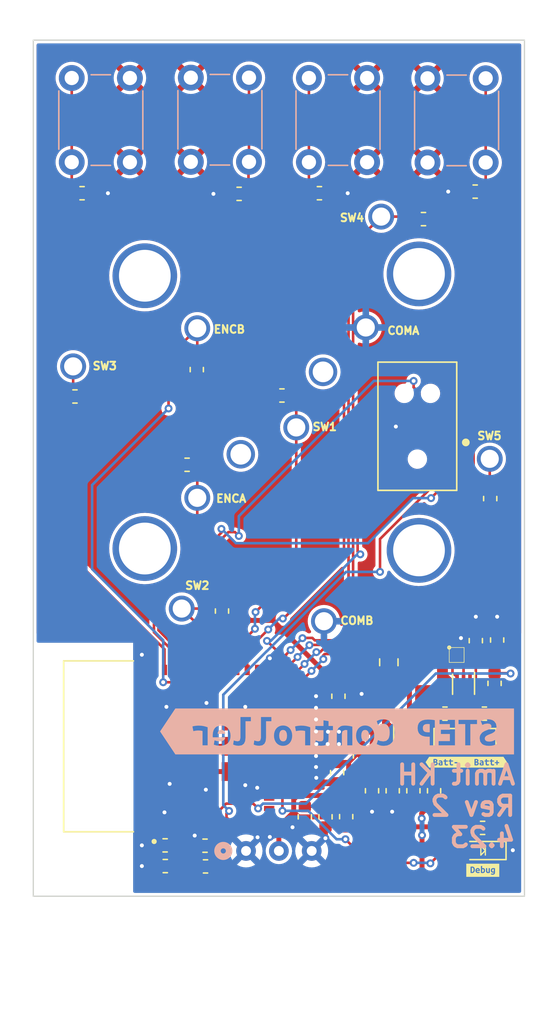
<source format=kicad_pcb>
(kicad_pcb (version 20211014) (generator pcbnew)
  (layers (0 "F.Cu" signal) (31 "B.Cu" signal) (34 "B.Paste" user) (35 "F.Paste" user) (36 "B.SilkS" user "B.Silkscreen") (37 "F.SilkS" user "F.Silkscreen") (38 "B.Mask" user) (39 "F.Mask" user) (44 "Edge.Cuts" user))
  (net 0 "")
  (net 1 "+BATT")
  (net 2 "GND")
  (net 3 "+3V3")
  (net 4 "Net-(C3-Pad1)")
  (net 5 "Net-(C4-Pad2)")
  (net 6 "/BATT_FILT")
  (net 7 "/CELL-")
  (net 8 "/DIAL_ENCA")
  (net 9 "/DIAL_ENCB")
  (net 10 "/DIAL_SW1")
  (net 11 "/DIAL_SW2")
  (net 12 "/DIAL_SW3")
  (net 13 "/DIAL_SW4")
  (net 14 "/DIAL_SW5")
  (net 15 "/ESP_TX")
  (net 16 "/ESP_RX")
  (net 17 "/ESP_IO0")
  (net 18 "Net-(L1-Pad1)")
  (net 19 "/BUTTON_2_SENSE")
  (net 20 "/BUTTON_1_SENSE")
  (net 21 "/BUTTON_4_SENSE")
  (net 22 "/BUTTON_3_SENSE")
  (net 23 "/V_SENSE-")
  (net 24 "/BATT_LVL")
  (net 30 "/ESP_EN")
  (net 40 "/C_GATE")
  (net 41 "/D_GATE")
  (net 42 "Net-(D1-Pad2)")
  (net 43 "Net-(U1-Pad15)")
  (footprint "step:C_0603_1608Metric" (layer "F.Cu") (at 143.4875 96.225 180)
    (fp_text reference "C1")
    (fp_text value "C_1uF")
  )
  (footprint "step:R_0603_1608Metric" (layer "F.Cu") (at 142.85 59.45 90)
    (fp_text reference "R5")
    (fp_text value "R_10k")
  )
  (footprint "step:C_0603_1608Metric" (layer "F.Cu") (at 140.4 96.2 180)
    (fp_text reference "C6")
    (fp_text value "C_22uF")
  )
  (footprint "step:C_0603_1608Metric" (layer "F.Cu") (at 152.80759 93.994595 -90)
    (fp_text reference "C3")
    (fp_text value "C_DNP")
  )
  (footprint "Inductor_SMD:L_0805_2012Metric_Pad1.15x1.40mm_HandSolder" (layer "F.Cu") (at 157.70759 82.057096 -90)
    (fp_text reference "L1")
    (fp_text value "L_2.2uH")
  )
  (footprint "step:TAG_TC2030-IDC-NL" (layer "F.Cu") (at 159.9125 63.825 90)
    (fp_text reference "J3")
    (fp_text value "TC2030-IDC-TAGCONNECT")
  )
  (footprint "step:R_0603_1608Metric" (layer "F.Cu") (at 166.0875 80.3375 90)
    (fp_text reference "R20")
    (fp_text value "R_100K")
  )
  (footprint "step:R_0603_1608Metric" (layer "F.Cu") (at 142.1 66.8)
    (fp_text reference "R2")
    (fp_text value "R_10k")
  )
  (footprint "step:R_0603_1608Metric" (layer "F.Cu") (at 158.00759 91.982096 -90)
    (fp_text reference "R12")
    (fp_text value "R_100k")
  )
  (footprint "step:C_0603_1608Metric" (layer "F.Cu") (at 140.4125 97.8 180)
    (fp_text reference "C7")
    (fp_text value "C_.1uF")
  )
  (footprint "step:R_0603_1608Metric" (layer "F.Cu") (at 164.9625 94.85 180)
    (fp_text reference "R21")
    (fp_text value "R_200")
  )
  (footprint "step:R_0603_1608Metric" (layer "F.Cu") (at 146.125 45.875 180)
    (fp_text reference "R14")
    (fp_text value "R_10k")
  )
  (footprint "step:AOCA32116E" (layer "F.Cu") (at 162.63 81.4925 -90)
    (fp_text reference "Q1")
    (fp_text value "AOCA32116E")
  )
  (footprint "step:R_0603_1608Metric" (layer "F.Cu") (at 165.8875 83.6875 90)
    (fp_text reference "R19")
    (fp_text value "R_200K")
  )
  (footprint "step:R_0603_1608Metric" (layer "F.Cu") (at 165.1 86.025)
    (fp_text reference "R17")
    (fp_text value "R_330")
  )
  (footprint "step:R_0603_1608Metric" (layer "F.Cu") (at 159.60759 91.982096 90)
    (fp_text reference "R11")
    (fp_text value "R_562k")
  )
  (footprint "step:R_0603_1608Metric" (layer "F.Cu") (at 165.55 69.4125 90)
    (fp_text reference "R10")
    (fp_text value "R_10k")
  )
  (footprint "step:R_0603_1608Metric" (layer "F.Cu") (at 144.8 78.1 90)
    (fp_text reference "R7")
    (fp_text value "R_10k")
  )
  (footprint "step:R_0603_1608Metric" (layer "F.Cu") (at 154.40759 93.982096 90)
    (fp_text reference "R3")
    (fp_text value "R_200k")
  )
  (footprint "Package_SON:WSON-6_1.5x1.5mm_P0.5mm" (layer "F.Cu") (at 163.4875 83.775 -90)
    (fp_text reference "U3")
    (fp_text value "BQ297xy")
  )
  (footprint "step:R_0603_1608Metric" (layer "F.Cu") (at 152.3375 45.825)
    (fp_text reference "R15")
    (fp_text value "R_10k")
  )
  (footprint "step:C_0603_1608Metric" (layer "F.Cu") (at 153.80759 84.682096 -90)
    (fp_text reference "C8")
    (fp_text value "C_10uF")
  )
  (footprint "step:R_0603_1608Metric" (layer "F.Cu") (at 164.4375 80.3875 -90)
    (fp_text reference "R18")
    (fp_text value "R_2.2K")
  )
  (footprint "step:R_0603_1608Metric" (layer "F.Cu") (at 133.425 61.525 180)
    (fp_text reference "R8")
    (fp_text value "R_10k")
  )
  (footprint "step:MODULE_ESP32-PICO-MINI-02" (layer "F.Cu") (at 143.55 88.55 90)
    (fp_text reference "U1")
    (fp_text value "ESP32-PICO-MINI-02")
  )
  (footprint "step:R_0603_1608Metric" (layer "F.Cu") (at 164.3875 45.7 180)
    (fp_text reference "R16")
    (fp_text value "R_10k")
  )
  (footprint "Package_TO_SOT_SMD:SOT-23-5" (layer "F.Cu") (at 156.526392 87.656777 90)
    (fp_text reference "U2")
    (fp_text value "LM3671TL-ADJ/NOPB")
  )
  (footprint "step:R_0603_1608Metric" (layer "F.Cu") (at 149.4375 61.45)
    (fp_text reference "R6")
    (fp_text value "R_10k")
  )
  (footprint "step:C_0603_1608Metric" (layer "F.Cu") (at 156.407591 91.982095 -90)
    (fp_text reference "C5")
    (fp_text value "C_33pF")
  )
  (footprint "TestPoint:TestPoint_Pad_1.5x1.5mm" (layer "F.Cu") (at 162.15 88.125 -90)
    (fp_text reference "TP2")
    (fp_text value "Test_Point_SMD")
  )
  (footprint "kibuzzard-643EF163" (layer "F.Cu") (at 163.7 89.775)
    (fp_text reference "kibuzzard-643EF163" hide)
    (fp_text value "G***" hide)
  )
  (footprint "step:R_0603_1608Metric" (layer "F.Cu") (at 160.3875 47.825 180)
    (fp_text reference "R9")
    (fp_text value "R_10k")
  )
  (footprint "step:LED_0805_OEM" (layer "F.Cu") (at 164.975 96.6 180)
    (fp_text reference "D1")
    (fp_text value "LED" hide)
  )
  (footprint "step:C_0603_1608Metric" (layer "F.Cu") (at 162.05 86.025 180)
    (fp_text reference "C9")
    (fp_text value "C_0.1uF")
  )
  (footprint "step:R_0603_1608Metric" (layer "F.Cu") (at 133.975 45.825)
    (fp_text reference "R13")
    (fp_text value "R_10k")
  )
  (footprint "step:C_0603_1608Metric" (layer "F.Cu") (at 161.207591 91.982096 90)
    (fp_text reference "C4")
    (fp_text value "C_6.8pF")
  )
  (footprint "step:R_0603_1608Metric" (layer "F.Cu") (at 143.525 97.825)
    (fp_text reference "R1")
    (fp_text value "R_10k")
  )
  (footprint "step:R_0603_1608Metric" (layer "F.Cu") (at 151.207591 93.994595 -90)
    (fp_text reference "R4")
    (fp_text value "R_100k")
  )
  (footprint "TestPoint:TestPoint_Pad_1.5x1.5mm" (layer "F.Cu") (at 165.05 88.125 -90)
    (fp_text reference "TP1")
    (fp_text value "Test_Point_SMD")
  )
  (footprint "step:C_0603_1608Metric" (layer "F.Cu") (at 153.70759 90.582095 -90)
    (fp_text reference "C2")
    (fp_text value "C_4.7uF")
  )
  (footprint "kibuzzard-643EF399" (layer "F.Cu") (at 164.975 98.125)
    (fp_text reference "kibuzzard-643EF399" hide)
    (fp_text value "G***" hide)
  )
  (footprint "step:ANO_SCROLL_WHEEL" (layer "B.Cu") (at 149.364109 62.735891 180)
    (fp_text reference "J1")
    (fp_text value "ANO_SCROLL_WHEEL")
  )
  (footprint "step:CONN_MAG_1x03" (layer "B.Cu") (at 149.2 96.63)
    (fp_text reference "J2")
    (fp_text value "CONN_MAG_01x03")
  )
  (footprint "Button_Switch_THT:SW_PUSH_6mm" (layer "B.Cu") (at 160.7 36.95 -90)
    (fp_text reference "SW4")
    (fp_text value "SW_Push")
  )
  (footprint "Button_Switch_THT:SW_PUSH_6mm" (layer "B.Cu") (at 137.675 43.425 90)
    (fp_text reference "SW1")
    (fp_text value "SW_Push")
  )
  (footprint "kibuzzard-643EED22" (layer "B.Cu") (at 153.7 87.4 180)
    (fp_text reference "kibuzzard-643EED22" hide)
    (fp_text value "G***" hide)
  )
  (footprint "Button_Switch_THT:SW_PUSH_6mm" (layer "B.Cu") (at 156.025 43.425 90)
    (fp_text reference "SW3")
    (fp_text value "SW_Push")
  )
  (footprint "Button_Switch_THT:SW_PUSH_6mm" (layer "B.Cu") (at 142.3875 36.9 -90)
    (fp_text reference "SW2")
    (fp_text value "SW_Push")
  )
  (gr_rect (start 130.2 34) (end 168.2 100.13) (layer "Edge.Cuts") (width 0.1) (fill none))
  (gr_text "Amit KH\nRev 2\n4.23\n" (at 167.65 93.175) (layer "B.SilkS") (effects (font (size 1.5 1.5) (thickness 0.3)) (justify left mirror)))
  (gr_text "SW5" (at 165.49 64.57) (layer "F.SilkS") (effects (font (size 0.6 0.6))))
  (gr_text "SW3" (at 135.73 59.17) (layer "F.SilkS") (effects (font (size 0.6 0.6))))
  (gr_text "ENCA" (at 145.51 69.41) (layer "F.SilkS") (effects (font (size 0.6 0.6))))
  (gr_text "SW2\n" (at 142.89 76.13) (layer "F.SilkS") (effects (font (size 0.6 0.6))))
  (gr_text "SW1" (at 152.75 63.87) (layer "F.SilkS") (effects (font (size 0.6 0.6))))
  (gr_text "SW4" (at 154.86 47.72) (layer "F.SilkS") (effects (font (size 0.6 0.6))))
  (gr_text "ENCB" (at 145.37 56.34) (layer "F.SilkS") (effects (font (size 0.6 0.6))))
  (gr_text "COMB" (at 155.24 78.84) (layer "F.SilkS") (effects (font (size 0.6 0.6))))
  (gr_text "COMA" (at 158.83 56.44) (layer "F.SilkS") (effects (font (size 0.6 0.6))))
  (segment (start 149.2 94.768797) (end 150.35 93.618797) (width 0.381) (layer "F.Cu") (net 1))
  (segment (start 150.35 92.65) (end 150.65 92.35) (width 0.381) (layer "F.Cu") (net 1))
  (segment (start 150.35 93.618797) (end 150.35 92.65) (width 0.381) (layer "F.Cu") (net 1))
  (segment (start 154.275 92.35) (end 154.6 92.025) (width 0.381) (layer "F.Cu") (net 1))
  (segment (start 153.639689 94.001695) (end 150.732898 94.001695) (width 0.381) (layer "F.Cu") (net 1))
  (segment (start 149.2 96.63) (end 149.2 94.768797) (width 0.381) (layer "F.Cu") (net 1))
  (segment (start 154.40759 94.769596) (end 161.930404 94.769596) (width 0.381) (layer "F.Cu") (net 1))
  (segment (start 154.6 92.025) (end 154.6 89.818521) (width 0.381) (layer "F.Cu") (net 1))
  (segment (start 150.732898 94.001695) (end 150.35 93.618797) (width 0.381) (layer "F.Cu") (net 1))
  (segment (start 154.40759 94.769596) (end 153.639689 94.001695) (width 0.381) (layer "F.Cu") (net 1))
  (segment (start 165.8875 86.025) (end 165.8875 87.2875) (width 0.381) (layer "F.Cu") (net 1))
  (segment (start 154.576074 89.794595) (end 154.6 89.818521) (width 0.381) (layer "F.Cu") (net 1))
  (segment (start 154.576074 89.794595) (end 155.576392 88.794277) (width 0.381) (layer "F.Cu") (net 1))
  (segment (start 161.930404 94.769596) (end 165.05 91.65) (width 0.381) (layer "F.Cu") (net 1))
  (segment (start 165.8875 87.2875) (end 165.05 88.125) (width 0.381) (layer "F.Cu") (net 1))
  (segment (start 150.65 92.35) (end 154.275 92.35) (width 0.381) (layer "F.Cu") (net 1))
  (segment (start 165.05 91.65) (end 165.05 88.125) (width 0.381) (layer "F.Cu") (net 1))
  (segment (start 153.70759 89.794595) (end 154.576074 89.794595) (width 0.381) (layer "F.Cu") (net 1))
  (segment (start 163.28 81.1675) (end 163.28 80.195) (width 0.381) (layer "F.Cu") (net 2))
  (segment (start 139.625 97.8) (end 138.6 97.8) (width 0.381) (layer "F.Cu") (net 2))
  (segment (start 145.5 86.6) (end 141.6 86.6) (width 0.381) (layer "F.Cu") (net 2))
  (segment (start 134.7625 45.825) (end 135.975 45.825) (width 0.381) (layer "F.Cu") (net 2))
  (segment (start 138.6 82.6) (end 138.6 81.475) (width 0.381) (layer "F.Cu") (net 2))
  (segment (start 166.0875 79.55) (end 166.0875 78.5375) (width 0.381) (layer "F.Cu") (net 2))
  (segment (start 158.25 63.85) (end 158.275 63.825) (width 0.381) (layer "F.Cu") (net 2))
  (segment (start 141.6 86.6) (end 141.6 90.5) (width 0.381) (layer "F.Cu") (net 2))
  (segment (start 139.6125 97.7875) (end 139.625 97.8) (width 0.381) (layer "F.Cu") (net 2))
  (segment (start 152.80759 94.782095) (end 152.801346 94.788339) (width 0.381) (layer "F.Cu") (net 2))
  (segment (start 143.55 86.6) (end 143.55 88.55) (width 0.381) (layer "F.Cu") (net 2))
  (segment (start 143.55 86.6) (end 143.55 85.25) (width 0.381) (layer "F.Cu") (net 2))
  (segment (start 147.55 94.45) (end 147.55 95.575) (width 0.381) (layer "F.Cu") (net 2))
  (segment (start 148.5 94.5) (end 148.5 95.55) (width 0.381) (layer "F.Cu") (net 2))
  (segment (start 140.35 94.45) (end 140.35 93.65) (width 0.381) (layer "F.Cu") (net 2))
  (segment (start 143.55 88.55) (end 143.55 90.5) (width 0.381) (layer "F.Cu") (net 2))
  (segment (start 141.6 86.6) (end 140.5 85.5) (width 0.381) (layer "F.Cu") (net 2))
  (segment (start 167.275 96.6) (end 167.3 96.575) (width 0.381) (layer "F.Cu") (net 2))
  (segment (start 157.963226 92.813961) (end 157.963226 93.598759) (width 0.381) (layer "F.Cu") (net 2))
  (segment (start 156.407591 92.769596) (end 156.407591 93.598759) (width 0.381) (layer "F.Cu") (net 2))
  (segment (start 143.55 88.55) (end 145.5 88.55) (width 0.381) (layer "F.Cu") (net 2))
  (segment (start 143.55 85.25) (end 143.6 85.2) (width 0.381) (layer "F.Cu") (net 2))
  (segment (start 158.00759 92.769597) (end 157.963226 92.813961) (width 0.381) (layer "F.Cu") (net 2))
  (segment (start 151.188846 94.800841) (end 150.255762 94.800841) (width 0.381) (layer "F.Cu") (net 2))
  (segment (start 141.6 90.5) (end 145.5 90.5) (width 0.381) (layer "F.Cu") (net 2))
  (segment (start 145.5 90.5) (end 145.5 86.6) (width 0.381) (layer "F.Cu") (net 2))
  (segment (start 139.55 94.45) (end 139.55 96.1375) (width 0.381) (layer "F.Cu") (net 2))
  (segment (start 145.3375 45.875) (end 144.1375 45.875) (width 0.381) (layer "F.Cu") (net 2))
  (segment (start 166.075 96.6) (end 167.275 96.6) (width 0.381) (layer "F.Cu") (net 2))
  (segment (start 147.525 91.75) (end 148.45 91.75) (width 0.381) (layer "F.Cu") (net 2))
  (segment (start 145.5 86.6) (end 146.6 85.5) (width 0.381) (layer "F.Cu") (net 2))
  (segment (start 151.207591 94.782095) (end 151.188846 94.800841) (width 0.381) (layer "F.Cu") (net 2))
  (segment (start 139.6125 96.2) (end 138.6 96.2) (width 0.381) (layer "F.Cu") (net 2))
  (segment (start 163.28 80.195) (end 163.2875 80.1875) (width 0.381) (layer "F.Cu") (net 2))
  (segment (start 145.5 90.5) (end 145.55 90.5) (width 0.381) (layer "F.Cu") (net 2))
  (segment (start 141.6 88.55) (end 143.55 88.55) (width 0.381) (layer "F.Cu") (net 2))
  (segment (start 139.6125 96.2) (end 139.6125 97.7875) (width 0.381) (layer "F.Cu") (net 2))
  (segment (start 143.55 90.5) (end 143.55 91.9) (width 0.381) (layer "F.Cu") (net 2))
  (segment (start 148.5 81.75) (end 148.5 82.6) (width 0.381) (layer "F.Cu") (net 2))
  (segment (start 142.7 96.24375) (end 142.7 95.45625) (width 0.381) (layer "F.Cu") (net 2))
  (segment (start 139.55 96.1375) (end 139.6125 96.2) (width 0.381) (layer "F.Cu") (net 2))
  (segment (start 141.6 90.6) (end 140.75 91.45) (width 0.381) (layer "F.Cu") (net 2))
  (segment (start 152.801346 94.788339) (end 152.801346 95.649369) (width 0.381) (layer "F.Cu") (net 2))
  (segment (start 158.275 63.825) (end 159.086999 63.825) (width 0.381) (layer "F.Cu") (net 2))
  (segment (start 164.4375 79.6) (end 164.4375 78.5375) (width 0.381) (layer "F.Cu") (net 2))
  (segment (start 153.125 45.825) (end 154.525 45.825) (width 0.381) (layer "F.Cu") (net 2))
  (segment (start 163.6 45.7) (end 162.3 45.7) (width 0.381) (layer "F.Cu") (net 2))
  (segment (start 141.6 90.5) (end 141.6 90.6) (width 0.381) (layer "F.Cu") (net 2))
  (segment (start 138.6 94.5) (end 138.6 82.6) (width 0.381) (layer "F.Cu") (net 2))
  (segment (start 145.55 90.5) (end 146.6 91.55) (width 0.381) (layer "F.Cu") (net 2))
  (via (at 138.6 96.2) (size 0.6096) (drill 0.3048) (layers "F.Cu" "B.Cu") (net 2))
  (via (at 152.801346 95.649369) (size 0.6096) (drill 0.3048) (layers "F.Cu" "B.Cu") (net 2))
  (via (at 144.1375 45.875) (size 0.6096) (drill 0.3048) (layers "F.Cu" "B.Cu") (net 2))
  (via (at 135.975 45.825) (size 0.6096) (drill 0.3048) (layers "F.Cu" "B.Cu") (net 2))
  (via (at 164.4375 78.5375) (size 0.6096) (drill 0.3048) (layers "F.Cu" "B.Cu") (net 2))
  (via (at 153.85 87.425) (size 0.6096) (drill 0.3048) (layers "F.Cu" "B.Cu") (net 2))
  (via (at 154.525 45.825) (size 0.6096) (drill 0.3048) (layers "F.Cu" "B.Cu") (net 2))
  (via (at 148.5 81.75) (size 0.6096) (drill 0.3048) (layers "F.Cu" "B.Cu") (net 2))
  (via (at 152.075 85.575) (size 0.6096) (drill 0.3048) (layers "F.Cu" "B.Cu") (net 2))
  (via (at 150.255762 94.800841) (size 0.6096) (drill 0.3048) (layers "F.Cu" "B.Cu") (net 2))
  (via (at 147.525 91.75) (size 0.6096) (drill 0.3048) (layers "F.Cu" "B.Cu") (net 2))
  (via (at 152.075 86.475) (size 0.6096) (drill 0.3048) (layers "F.Cu" "B.Cu") (net 2))
  (via (at 158.25 63.85) (size 0.6096) (drill 0.3048) (layers "F.Cu" "B.Cu") (net 2))
  (via (at 152.1 88.375) (size 0.6096) (drill 0.3048) (layers "F.Cu" "B.Cu") (net 2))
  (via (at 143.55 91.9) (size 0.6096) (drill 0.3048) (layers "F.Cu" "B.Cu") (net 2))
  (via (at 163.2875 80.1875) (size 0.6096) (drill 0.3048) (layers "F.Cu" "B.Cu") (net 2))
  (via (at 152.075 90.15) (size 0.6096) (drill 0.3048) (layers "F.Cu" "B.Cu") (net 2))
  (via (at 152.075 87.4) (size 0.6096) (drill 0.3048) (layers "F.Cu" "B.Cu") (net 2))
  (via (at 155.6 84.5) (size 0.6096) (drill 0.3048) (layers "F.Cu" "B.Cu") (net 2))
  (via (at 146.6 91.55) (size 0.6096) (drill 0.3048) (layers "F.Cu" "B.Cu") (net 2))
  (via (at 142.6875 95.44375) (size 0.6096) (drill 0.3048) (layers "F.Cu" "B.Cu") (net 2))
  (via (at 162.3 45.7) (size 0.6096) (drill 0.3048) (layers "F.Cu" "B.Cu") (net 2))
  (via (at 143.6 85.2) (size 0.6096) (drill 0.3048) (layers "F.Cu" "B.Cu") (net 2))
  (via (at 152.975 88.375) (size 0.6096) (drill 0.3048) (layers "F.Cu" "B.Cu") (net 2))
  (via (at 152.094239 90.982464) (size 0.6096) (drill 0.3048) (layers "F.Cu" "B.Cu") (net 2))
  (via (at 167.3 96.575) (size 0.6096) (drill 0.3048) (layers "F.Cu" "B.Cu") (net 2))
  (via (at 156.407591 93.598759) (size 0.6096) (drill 0.3048) (layers "F.Cu" "B.Cu") (net 2))
  (via (at 166.0875 78.5375) (size 0.6096) (drill 0.3048) (layers "F.Cu" "B.Cu") (net 2))
  (via (at 138.6 97.8) (size 0.6096) (drill 0.3048) (layers "F.Cu" "B.Cu") (net 2))
  (via (at 140.75 91.45) (size 0.6096) (drill 0.3048) (layers "F.Cu" "B.Cu") (net 2))
  (via (at 153.85 88.375) (size 0.6096) (drill 0.3048) (layers "F.Cu" "B.Cu") (net 2))
  (via (at 152.075 89.3) (size 0.6096) (drill 0.3048) (layers "F.Cu" "B.Cu") (net 2))
  (via (at 140.5 85.5) (size 0.6096) (drill 0.3048) (layers "F.Cu" "B.Cu") (net 2))
  (via (at 148.5 95.55) (size 0.6096) (drill 0.3048) (layers "F.Cu" "B.Cu") (net 2))
  (via (at 152.075 84.675) (size 0.6096) (drill 0.3048) (layers "F.Cu" "B.Cu") (net 2))
  (via (at 153 87.425) (size 0.6096) (drill 0.3048) (layers "F.Cu" "B.Cu") (net 2))
  (via (at 147.55 95.575) (size 0.6096) (drill 0.3048) (layers "F.Cu" "B.Cu") (net 2))
  (via (at 138.6 81.475) (size 0.6096) (drill 0.3048) (layers "F.Cu" "B.Cu") (net 2))
  (via (at 157.963226 93.598759) (size 0.6096) (drill 0.3048) (layers "F.Cu" "B.Cu") (net 2))
  (via (at 146.6 85.5) (size 0.6096) (drill 0.3048) (layers "F.Cu" "B.Cu") (net 2))
  (via (at 140.35 93.65) (size 0.6096) (drill 0.3048) (layers "F.Cu" "B.Cu") (net 2))
  (segment (start 144.3 99.15) (end 159.225 99.15) (width 0.381) (layer "F.Cu") (net 3))
  (segment (start 162.025 90.15) (end 160.625 90.15) (width 0.381) (layer "F.Cu") (net 3))
  (segment (start 137.725 36.975) (end 137.675 36.925) (width 0.381) (layer "F.Cu") (net 3))
  (segment (start 161.207591 92.769596) (end 161.580404 92.769596) (width 0.381) (layer "F.Cu") (net 3))
  (segment (start 153.80759 83.894596) (end 148.737994 78.825) (width 0.381) (layer "F.Cu") (net 3))
  (segment (start 154.62009 83.082095) (end 153.80759 83.894596) (width 0.381) (layer "F.Cu") (net 3))
  (segment (start 141.15 97.75) (end 141.2 97.8) (width 0.381) (layer "F.Cu") (net 3))
  (segment (start 161.580404 92.769596) (end 162.65 91.7) (width 0.381) (layer "F.Cu") (net 3))
  (segment (start 160.275 98.1) (end 160.275 95.416796) (width 0.381) (layer "F.Cu") (net 3))
  (segment (start 155.592905 83.082095) (end 154.62009 83.082095) (width 0.381) (layer "F.Cu") (net 3))
  (segment (start 160.25 94.122396) (end 160.25 93.727187) (width 0.381) (layer "F.Cu") (net 3))
  (segment (start 159.3 80.625) (end 158.8125 80.1375) (width 0.381) (layer "F.Cu") (net 3))
  (segment (start 158.8125 80.1375) (end 158.35 79.675) (width 0.381) (layer "F.Cu") (net 3))
  (segment (start 142.7125 97.8) (end 142.7375 97.825) (width 0.381) (layer "F.Cu") (net 3))
  (segment (start 157.70759 83.082095) (end 155.592905 83.082095) (width 0.381) (layer "F.Cu") (net 3))
  (segment (start 141.15 94.45) (end 141.15 97.75) (width 0.381) (layer "F.Cu") (net 3))
  (segment (start 162.65 90.775) (end 162.025 90.15) (width 0.381) (layer "F.Cu") (net 3))
  (segment (start 162.65 91.7) (end 162.65 90.775) (width 0.381) (layer "F.Cu") (net 3))
  (segment (start 142.975 97.825) (end 144.3 99.15) (width 0.381) (layer "F.Cu") (net 3))
  (segment (start 161.207591 92.769597) (end 159.60759 92.769597) (width 0.381) (layer "F.Cu") (net 3))
  (segment (start 156.875 79.675) (end 155.592905 80.957095) (width 0.381) (layer "F.Cu") (net 3))
  (segment (start 155.592905 80.957095) (end 155.592905 83.082095) (width 0.381) (layer "F.Cu") (net 3))
  (segment (start 146.75 78.825) (end 144.8625 78.825) (width 0.381) (layer "F.Cu") (net 3))
  (segment (start 142.7375 97.825) (end 142.975 97.825) (width 0.381) (layer "F.Cu") (net 3))
  (segment (start 141.2 97.8) (end 142.7125 97.8) (width 0.381) (layer "F.Cu") (net 3))
  (segment (start 159.225 99.15) (end 160.275 98.1) (width 0.381) (layer "F.Cu") (net 3))
  (segment (start 160.625 90.15) (end 159.3 88.825) (width 0.381) (layer "F.Cu") (net 3))
  (segment (start 159.3 88.825) (end 159.3 80.625) (width 0.381) (layer "F.Cu") (net 3))
  (segment (start 148.737994 78.825) (end 146.75 78.825) (width 0.381) (layer "F.Cu") (net 3))
  (segment (start 160.25 93.727187) (end 161.207591 92.769596) (width 0.381) (layer "F.Cu") (net 3))
  (segment (start 158.35 79.675) (end 156.875 79.675) (width 0.381) (layer "F.Cu") (net 3))
  (via (at 160.25 94.122396) (size 0.6096) (drill 0.3048) (layers "F.Cu" "B.Cu") (net 3))
  (via (at 160.275 95.416796) (size 0.6096) (drill 0.3048) (layers "F.Cu" "B.Cu") (net 3))
  (segment (start 160.275 94.147396) (end 160.25 94.122396) (width 0.381) (layer "B.Cu") (net 3))
  (segment (start 160.275 95.416796) (end 160.275 94.147396) (width 0.381) (layer "B.Cu") (net 3))
  (segment (start 157.476391 88.794277) (end 157.476391 89.075858) (width 0.2) (layer "F.Cu") (net 4))
  (segment (start 157.476391 89.075858) (end 156.418313 90.133936) (width 0.2) (layer "F.Cu") (net 4))
  (segment (start 155.399963 92.202222) (end 154.40759 93.194596) (width 0.2) (layer "F.Cu") (net 4))
  (segment (start 154.391283 93.194596) (end 154.40759 93.194596) (width 0.2) (layer "F.Cu") (net 4))
  (segment (start 154.40759 93.194596) (end 154.395091 93.207094) (width 0.2) (layer "F.Cu") (net 4))
  (segment (start 154.395091 93.207094) (end 151.207591 93.207094) (width 0.2) (layer "F.Cu") (net 4))
  (segment (start 155.771195 90.133936) (end 155.399963 90.505167) (width 0.2) (layer "F.Cu") (net 4))
  (segment (start 156.418313 90.133936) (end 155.771195 90.133936) (width 0.2) (layer "F.Cu") (net 4))
  (segment (start 155.399963 90.505167) (end 155.399963 92.202222) (width 0.2) (layer "F.Cu") (net 4))
  (segment (start 161.207591 91.194596) (end 156.407591 91.194595) (width 0.2) (layer "F.Cu") (net 5))
  (segment (start 158.425 87.467885) (end 158.425 90.777186) (width 0.2) (layer "F.Cu") (net 5))
  (segment (start 157.476392 86.519277) (end 158.425 87.467885) (width 0.2) (layer "F.Cu") (net 5))
  (segment (start 158.425 90.777186) (end 158.00759 91.194596) (width 0.2) (layer "F.Cu") (net 5))
  (segment (start 163.55 86.025) (end 164.3125 86.025) (width 0.2) (layer "F.Cu") (net 6))
  (segment (start 163.55 86.025) (end 163.55 84.4125) (width 0.2) (layer "F.Cu") (net 6))
  (segment (start 162.8375 86.025) (end 163.55 86.025) (width 0.2) (layer "F.Cu") (net 6))
  (segment (start 163.55 84.4125) (end 163.4875 84.35) (width 0.2) (layer "F.Cu") (net 6))
  (segment (start 142.8875 66.8) (end 142.88701 66.80049) (width 0.2) (layer "F.Cu") (net 8))
  (segment (start 139.535868 76.764132) (end 142.88701 73.41299) (width 0.2) (layer "F.Cu") (net 8))
  (segment (start 142.88701 66.80049) (end 142.88701 69.354411) (width 0.2) (layer "F.Cu") (net 8))
  (segment (start 141.15 81.353264) (end 139.535868 79.739132) (width 0.2) (layer "F.Cu") (net 8))
  (segment (start 139.535868 79.739132) (end 139.535868 76.764132) (width 0.2) (layer "F.Cu") (net 8))
  (segment (start 142.88701 73.41299) (end 142.88701 69.354411) (width 0.2) (layer "F.Cu") (net 8))
  (segment (start 141.15 82.65) (end 141.15 81.353264) (width 0.2) (layer "F.Cu") (net 8))
  (segment (start 142.85 58.6625) (end 142.887011 58.625489) (width 0.2) (layer "F.Cu") (net 9))
  (segment (start 145.15 82.9548) (end 145.15 82.65) (width 0.2) (layer "F.Cu") (net 9))
  (segment (start 140.6653 58.480504) (end 140.6653 62.4528) (width 0.2) (layer "F.Cu") (net 9))
  (segment (start 142.887011 58.625489) (end 142.887011 56.258793) (width 0.2) (layer "F.Cu") (net 9))
  (segment (start 144.5048 83.6) (end 145.15 82.9548) (width 0.2) (layer "F.Cu") (net 9))
  (segment (start 140.25 83.6) (end 144.5048 83.6) (width 0.2) (layer "F.Cu") (net 9))
  (segment (start 142.887011 56.258793) (end 140.6653 58.480504) (width 0.2) (layer "F.Cu") (net 9))
  (via (at 140.25 83.6) (size 0.6096) (drill 0.3048) (layers "F.Cu" "B.Cu") (net 9))
  (via (at 140.6653 62.4528) (size 0.6096) (drill 0.3048) (layers "F.Cu" "B.Cu") (net 9))
  (segment (start 140.25 80.35) (end 134.75 74.85) (width 0.2) (layer "B.Cu") (net 9))
  (segment (start 140.25 83.6) (end 140.25 80.35) (width 0.2) (layer "B.Cu") (net 9))
  (segment (start 134.75 74.85) (end 134.75 68.3681) (width 0.2) (layer "B.Cu") (net 9))
  (segment (start 134.75 68.3681) (end 140.6653 62.4528) (width 0.2) (layer "B.Cu") (net 9))
  (segment (start 145.95 80.8722) (end 147.35 79.4722) (width 0.2) (layer "F.Cu") (net 10))
  (segment (start 147.3972 78.1778) (end 150.544978 75.030022) (width 0.2) (layer "F.Cu") (net 10))
  (segment (start 150.544978 75.030022) (end 150.544978 63.91676) (width 0.2) (layer "F.Cu") (net 10))
  (segment (start 150.544978 61.769978) (end 150.544978 63.91676) (width 0.2) (layer "F.Cu") (net 10))
  (segment (start 150.225 61.45) (end 150.544978 61.769978) (width 0.2) (layer "F.Cu") (net 10))
  (segment (start 145.95 82.65) (end 145.95 80.8722) (width 0.2) (layer "F.Cu") (net 10))
  (via (at 147.35 79.4722) (size 0.6096) (drill 0.3048) (layers "F.Cu" "B.Cu") (net 10))
  (via (at 147.3972 78.1778) (size 0.6096) (drill 0.3048) (layers "F.Cu" "B.Cu") (net 10))
  (segment (start 147.35 79.4722) (end 147.35 78.225) (width 0.2) (layer "B.Cu") (net 10))
  (segment (start 147.35 78.225) (end 147.3972 78.1778) (width 0.2) (layer "B.Cu") (net 10))
  (segment (start 144.202097 77.910403) (end 144.8 77.3125) (width 0.2) (layer "F.Cu") (net 11))
  (segment (start 141.684929 77.910403) (end 144.202097 77.910403) (width 0.2) (layer "F.Cu") (net 11))
  (segment (start 144.35 80.575474) (end 141.684929 77.910403) (width 0.2) (layer "F.Cu") (net 11))
  (segment (start 144.35 82.65) (end 144.35 80.575474) (width 0.2) (layer "F.Cu") (net 11))
  (segment (start 132.6375 61.525) (end 131.9524 62.2101) (width 0.2) (layer "F.Cu") (net 12))
  (segment (start 132.6375 61.525) (end 133.284501 60.877999) (width 0.2) (layer "F.Cu") (net 12))
  (segment (start 131.9524 72.654032) (end 140.35 81.051632) (width 0.2) (layer "F.Cu") (net 12))
  (segment (start 133.284501 60.877999) (end 133.284501 59.200357) (width 0.2) (layer "F.Cu") (net 12))
  (segment (start 131.9524 62.2101) (end 131.9524 72.654032) (width 0.2) (layer "F.Cu") (net 12))
  (segment (start 140.35 81.051632) (end 140.35 82.65) (width 0.2) (layer "F.Cu") (net 12))
  (segment (start 150.106557 86.518443) (end 150.106557 86.125) (width 0.2) (layer "F.Cu") (net 13))
  (segment (start 153.633169 80.715199) (end 154.942361 79.406007) (width 0.2) (layer "F.Cu") (net 13))
  (segment (start 149.3 86.95) (end 149.675 86.95) (width 0.2) (layer "F.Cu") (net 13))
  (segment (start 150.106557 82.189589) (end 150.64693 81.649216) (width 0.2) (layer "F.Cu") (net 13))
  (segment (start 154.942361 79.406007) (end 154.942361 49.803728) (width 0.2) (layer "F.Cu") (net 13))
  (segment (start 151.580947 80.715199) (end 153.633169 80.715199) (width 0.2) (layer "F.Cu") (net 13))
  (segment (start 148.45 86.95) (end 149.3 86.95) (width 0.2) (layer "F.Cu") (net 13))
  (segment (start 150.106557 86.125) (end 150.106557 82.189589) (width 0.2) (layer "F.Cu") (net 13))
  (segment (start 154.942361 49.803728) (end 157.113999 47.63209) (width 0.2) (layer "F.Cu") (net 13))
  (segment (start 149.675 86.95) (end 150.106557 86.518443) (width 0.2) (layer "F.Cu") (net 13))
  (segment (start 159.40709 47.63209) (end 159.6 47.825) (width 0.2) (layer "F.Cu") (net 13))
  (segment (start 151.56221 80.733936) (end 151.580947 80.715199) (width 0.2) (layer "F.Cu") (net 13))
  (segment (start 157.113999 47.63209) (end 159.40709 47.63209) (width 0.2) (layer "F.Cu") (net 13))
  (via (at 150.64693 81.649216) (size 0.6096) (drill 0.3048) (layers "F.Cu" "B.Cu") (net 13))
  (via (at 151.56221 80.733936) (size 0.6096) (drill 0.3048) (layers "F.Cu" "B.Cu") (net 13))
  (segment (start 150.64693 81.649216) (end 151.56221 80.733936) (width 0.2) (layer "B.Cu") (net 13))
  (segment (start 150.811357 83.638643) (end 150.811357 87.488643) (width 0.2) (layer "F.Cu") (net 14))
  (segment (start 165.55 68.625) (end 165.514428 68.589428) (width 0.2) (layer "F.Cu") (net 14))
  (segment (start 165.514428 68.589428) (end 165.514428 66.342136) (width 0.2) (layer "F.Cu") (net 14))
  (segment (start 153.925105 81.419999) (end 156.113004 79.2321) (width 0.2) (layer "F.Cu") (net 14))
  (segment (start 152.639137 81.521232) (end 152.74037 81.419999) (width 0.2) (layer "F.Cu") (net 14))
  (segment (start 164.725 69.45) (end 165.55 68.625) (width 0.2) (layer "F.Cu") (net 14))
  (segment (start 151.723857 82.726143) (end 150.811357 83.638643) (width 0.2) (layer "F.Cu") (net 14))
  (segment (start 150.811357 87.488643) (end 149.75 88.55) (width 0.2) (layer "F.Cu") (net 14))
  (segment (start 159.8679 79.2321) (end 164.725 74.375) (width 0.2) (layer "F.Cu") (net 14))
  (segment (start 152.74037 81.419999) (end 153.925105 81.419999) (width 0.2) (layer "F.Cu") (net 14))
  (segment (start 156.113004 79.2321) (end 159.8679 79.2321) (width 0.2) (layer "F.Cu") (net 14))
  (segment (start 152.639137 81.810863) (end 152.639137 81.521232) (width 0.2) (layer "F.Cu") (net 14))
  (segment (start 164.725 74.375) (end 164.725 69.45) (width 0.2) (layer "F.Cu") (net 14))
  (segment (start 149.75 88.55) (end 148.45 88.55) (width 0.2) (layer "F.Cu") (net 14))
  (via (at 152.639137 81.810863) (size 0.6096) (drill 0.3048) (layers "F.Cu" "B.Cu") (net 14))
  (via (at 151.723857 82.726143) (size 0.6096) (drill 0.3048) (layers "F.Cu" "B.Cu") (net 14))
  (segment (start 151.723857 82.726143) (end 152.639137 81.810863) (width 0.2) (layer "B.Cu") (net 14))
  (segment (start 160.974719 69.374719) (end 161.7567 68.592738) (width 0.2) (layer "F.Cu") (net 15))
  (segment (start 161.7567 68.592738) (end 161.7567 64.933409) (width 0.2) (layer "F.Cu") (net 15))
  (segment (start 139.888268 79.588268) (end 142.75 82.45) (width 0.2) (layer "F.Cu") (net 15))
  (segment (start 142.75 82.45) (end 142.75 82.65) (width 0.2) (layer "F.Cu") (net 15))
  (segment (start 161.7567 64.933409) (end 160.648291 63.825) (width 0.2) (layer "F.Cu") (net 15))
  (segment (start 139.888268 76.9101) (end 139.888268 79.588268) (width 0.2) (layer "F.Cu") (net 15))
  (segment (start 144.756353 72.042015) (end 139.888268 76.9101) (width 0.2) (layer "F.Cu") (net 15))
  (segment (start 144.756353 71.756353) (end 144.756353 72.042015) (width 0.2) (layer "F.Cu") (net 15))
  (via (at 144.756353 71.756353) (size 0.6096) (drill 0.3048) (layers "F.Cu" "B.Cu") (net 15))
  (via (at 160.974719 69.374719) (size 0.6096) (drill 0.3048) (layers "F.Cu" "B.Cu") (net 15))
  (segment (start 160.974719 69.374719) (end 159.576913 69.374719) (width 0.2) (layer "B.Cu") (net 15))
  (segment (start 159.576913 69.374719) (end 156.094432 72.8572) (width 0.2) (layer "B.Cu") (net 15))
  (segment (start 144.771153 71.756353) (end 144.756353 71.756353) (width 0.2) (layer "B.Cu") (net 15))
  (segment (start 156.094432 72.8572) (end 145.872 72.8572) (width 0.2) (layer "B.Cu") (net 15))
  (segment (start 145.872 72.8572) (end 144.771153 71.756353) (width 0.2) (layer "B.Cu") (net 15))
  (segment (start 160.082999 62.090499) (end 160.4475 62.455) (width 0.2) (layer "F.Cu") (net 16))
  (segment (start 145.8028 72) (end 146.1028 72.3) (width 0.2) (layer "F.Cu") (net 16))
  (segment (start 160.4475 62.455) (end 160.5475 62.455) (width 0.2) (layer "F.Cu") (net 16))
  (segment (start 159.625 60.81778) (end 160.082999 61.275779) (width 0.2) (layer "F.Cu") (net 16))
  (segment (start 160.082999 61.275779) (end 160.082999 62.090499) (width 0.2) (layer "F.Cu") (net 16))
  (segment (start 143.55 82.65) (end 143.55 82.45) (width 0.2) (layer "F.Cu") (net 16))
  (segment (start 140.240668 79.140668) (end 140.240668 77.059332) (width 0.2) (layer "F.Cu") (net 16))
  (segment (start 143.55 82.45) (end 140.240668 79.140668) (width 0.2) (layer "F.Cu") (net 16))
  (segment (start 140.240668 77.059332) (end 145.3 72) (width 0.2) (layer "F.Cu") (net 16))
  (segment (start 159.625 60.325) (end 159.625 60.81778) (width 0.2) (layer "F.Cu") (net 16))
  (segment (start 145.3 72) (end 145.8028 72) (width 0.2) (layer "F.Cu") (net 16))
  (via (at 146.1028 72.3) (size 0.6096) (drill 0.3048) (layers "F.Cu" "B.Cu") (net 16))
  (via (at 159.625 60.325) (size 0.6096) (drill 0.3048) (layers "F.Cu" "B.Cu") (net 16))
  (segment (start 159.625 60.325) (end 156.55 60.325) (width 0.2) (layer "B.Cu") (net 16))
  (segment (start 146.1028 70.7722) (end 146.1028 72.3) (width 0.2) (layer "B.Cu") (net 16))
  (segment (start 156.55 60.325) (end 146.1028 70.7722) (width 0.2) (layer "B.Cu") (net 16))
  (segment (start 155.294761 73.514) (end 155.294761 66.017239) (width 0.2) (layer "F.Cu") (net 17))
  (segment (start 149.2274 84.0774) (end 148.7548 84.55) (width 0.2) (layer "F.Cu") (net 17))
  (segment (start 155.294761 66.017239) (end 158.827711 62.484289) (width 0.2) (layer "F.Cu") (net 17))
  (segment (start 148.281353 80.406353) (end 149.2274 81.3524) (width 0.2) (layer "F.Cu") (net 17))
  (segment (start 155.499061 73.7183) (end 155.294761 73.514) (width 0.2) (layer "F.Cu") (net 17))
  (segment (start 149.2274 81.3524) (end 149.2274 84.0774) (width 0.2) (layer "F.Cu") (net 17))
  (segment (start 148.7548 84.55) (end 148.45 84.55) (width 0.2) (layer "F.Cu") (net 17))
  (segment (start 158.827711 62.484289) (end 159.20679 62.484289) (width 0.2) (layer "F.Cu") (net 17))
  (via (at 155.499061 73.7183) (size 0.6096) (drill 0.3048) (layers "F.Cu" "B.Cu") (net 17))
  (via (at 148.281353 80.406353) (size 0.6096) (drill 0.3048) (layers "F.Cu" "B.Cu") (net 17))
  (segment (start 148.281353 80.406353) (end 148.570279 80.406353) (width 0.2) (layer "B.Cu") (net 17))
  (segment (start 148.570279 80.406353) (end 154.488316 74.488316) (width 0.2) (layer "B.Cu") (net 17))
  (segment (start 155.258332 73.7183) (end 155.499061 73.7183) (width 0.2) (layer "B.Cu") (net 17))
  (segment (start 154.488316 74.488316) (end 155.258332 73.7183) (width 0.2) (layer "B.Cu") (net 17))
  (segment (start 157.39754 85.22746) (end 158.8 83.825) (width 0.2) (layer "F.Cu") (net 18))
  (segment (start 158.8 82.124506) (end 157.70759 81.032096) (width 0.2) (layer "F.Cu") (net 18))
  (segment (start 155.576392 86.519277) (end 156.84077 85.254899) (width 0.2) (layer "F.Cu") (net 18))
  (segment (start 157.39754 85.254899) (end 157.39754 85.22746) (width 0.2) (layer "F.Cu") (net 18))
  (segment (start 158.8 83.825) (end 158.8 82.124506) (width 0.2) (layer "F.Cu") (net 18))
  (segment (start 156.84077 85.254899) (end 157.39754 85.254899) (width 0.2) (layer "F.Cu") (net 18))
  (segment (start 146.75 81.15) (end 146.75 82.65) (width 0.2) (layer "F.Cu") (net 19))
  (segment (start 146.8875 36.9) (end 146.8875 43.4) (width 0.2) (layer "F.Cu") (net 19))
  (segment (start 149.505955 78.677681) (end 149.528274 78.7) (width 0.2) (layer "F.Cu") (net 19))
  (segment (start 154.237561 74) (end 154.237561 51.337561) (width 0.2) (layer "F.Cu") (net 19))
  (segment (start 149.528274 78.7) (end 149.537561 78.7) (width 0.2) (layer "F.Cu") (net 19))
  (segment (start 146.85 45.875) (end 146.875 45.9) (width 0.2) (layer "F.Cu") (net 19))
  (segment (start 149.537561 78.7) (end 154.237561 74) (width 0.2) (layer "F.Cu") (net 19))
  (segment (start 148.775 45.875) (end 146.9125 45.875) (width 0.2) (layer "F.Cu") (net 19))
  (segment (start 146.85 43.425) (end 146.85 45.875) (width 0.2) (layer "F.Cu") (net 19))
  (segment (start 148.375 79.525) (end 146.75 81.15) (width 0.2) (layer "F.Cu") (net 19))
  (segment (start 154.237561 51.337561) (end 148.775 45.875) (width 0.2) (layer "F.Cu") (net 19))
  (via (at 148.375 79.525) (size 0.6096) (drill 0.3048) (layers "F.Cu" "B.Cu") (net 19))
  (via (at 149.505955 78.677681) (size 0.6096) (drill 0.3048) (layers "F.Cu" "B.Cu") (net 19))
  (segment (start 149.222319 78.677681) (end 148.375 79.525) (width 0.2) (layer "B.Cu") (net 19))
  (segment (start 149.505955 78.677681) (end 149.222319 78.677681) (width 0.2) (layer "B.Cu") (net 19))
  (segment (start 133.175 43.425) (end 133.175 45.8125) (width 0.2) (layer "F.Cu") (net 20))
  (segment (start 133.1875 45.825) (end 131.6 47.4125) (width 0.2) (layer "F.Cu") (net 20))
  (segment (start 133.175 36.925) (end 133.175 43.425) (width 0.2) (layer "F.Cu") (net 20))
  (segment (start 133.175 45.8125) (end 133.1875 45.825) (width 0.2) (layer "F.Cu") (net 20))
  (segment (start 131.6 47.4125) (end 131.6 72.8) (width 0.2) (layer "F.Cu") (net 20))
  (segment (start 131.6 72.8) (end 139.55 80.75) (width 0.2) (layer "F.Cu") (net 20))
  (segment (start 139.55 80.75) (end 139.55 82.65) (width 0.2) (layer "F.Cu") (net 20))
  (segment (start 165.2 36.95) (end 165.2 43.45) (width 0.2) (layer "F.Cu") (net 21))
  (segment (start 150.458957 82.914117) (end 151.185394 82.18768) (width 0.2) (layer "F.Cu") (net 21))
  (segment (start 150.458957 87.342675) (end 150.458957 83.2) (width 0.2) (layer "F.Cu") (net 21))
  (segment (start 148.45 87.75) (end 150.051632 87.75) (width 0.2) (layer "F.Cu") (net 21))
  (segment (start 164.262028 74.339604) (end 164.262028 46.612972) (width 0.2) (layer "F.Cu") (net 21))
  (segment (start 165.2 45.675) (end 165.175 45.7) (width 0.2) (layer "F.Cu") (net 21))
  (segment (start 152.389601 81.272399) (end 152.594401 81.067599) (width 0.2) (layer "F.Cu") (net 21))
  (segment (start 150.450816 87.350816) (end 150.458957 87.342675) (width 0.2) (layer "F.Cu") (net 21))
  (segment (start 152.594401 81.067599) (end 153.779137 81.067599) (width 0.2) (layer "F.Cu") (net 21))
  (segment (start 150.051632 87.75) (end 150.450816 87.350816) (width 0.2) (layer "F.Cu") (net 21))
  (segment (start 159.721932 78.8797) (end 164.262028 74.339604) (width 0.2) (layer "F.Cu") (net 21))
  (segment (start 155.967036 78.8797) (end 159.721932 78.8797) (width 0.2) (layer "F.Cu") (net 21))
  (segment (start 152.100673 81.272399) (end 152.389601 81.272399) (width 0.2) (layer "F.Cu") (net 21))
  (segment (start 150.458957 83.2) (end 150.458957 82.914117) (width 0.2) (layer "F.Cu") (net 21))
  (segment (start 153.779137 81.067599) (end 155.967036 78.8797) (width 0.2) (layer "F.Cu") (net 21))
  (segment (start 164.262028 46.612972) (end 165.175 45.7) (width 0.2) (layer "F.Cu") (net 21))
  (segment (start 165.2 43.45) (end 165.2 45.675) (width 0.2) (layer "F.Cu") (net 21))
  (via (at 152.100673 81.272399) (size 0.6096) (drill 0.3048) (layers "F.Cu" "B.Cu") (net 21))
  (via (at 151.185394 82.18768) (size 0.6096) (drill 0.3048) (layers "F.Cu" "B.Cu") (net 21))
  (segment (start 151.185394 82.18768) (end 152.100673 81.272399) (width 0.2) (layer "B.Cu") (net 21))
  (segment (start 151.042483 80.176736) (end 151.79301 80.176736) (width 0.2) (layer "F.Cu") (net 22))
  (segment (start 149.754157 85.620843) (end 149.754157 82.65) (width 0.2) (layer "F.Cu") (net 22))
  (segment (start 151.979073 80.362799) (end 153.487201 80.362799) (width 0.2) (layer "F.Cu") (net 22))
  (segment (start 151.525 45.8) (end 151.525 43.425) (width 0.2) (layer "F.Cu") (net 22))
  (segment (start 149.754157 82.65) (end 149.754157 81.465062) (width 0.2) (layer "F.Cu") (net 22))
  (segment (start 149.35 86.025) (end 149.754157 85.620843) (width 0.2) (layer "F.Cu") (net 22))
  (segment (start 149.754157 81.465062) (end 150.108466 81.110753) (width 0.2) (layer "F.Cu") (net 22))
  (segment (start 153.487201 80.362799) (end 154.589961 79.260039) (width 0.2) (layer "F.Cu") (net 22))
  (segment (start 151.023747 80.195472) (end 151.042483 80.176736) (width 0.2) (layer "F.Cu") (net 22))
  (segment (start 151.79301 80.176736) (end 151.979073 80.362799) (width 0.2) (layer "F.Cu") (net 22))
  (segment (start 154.589961 79.260039) (end 154.589961 49.657759) (width 0.2) (layer "F.Cu") (net 22))
  (segment (start 154.589961 49.657759) (end 154.6 49.64772) (width 0.2) (layer "F.Cu") (net 22))
  (segment (start 151.55 45.825) (end 151.525 45.8) (width 0.2) (layer "F.Cu") (net 22))
  (segment (start 151.525 36.925) (end 151.525 43.425) (width 0.2) (layer "F.Cu") (net 22))
  (segment (start 148.45 86.15) (end 149.225 86.15) (width 0.2) (layer "F.Cu") (net 22))
  (segment (start 154.6 49.64772) (end 154.6 48.875) (width 0.2) (layer "F.Cu") (net 22))
  (segment (start 149.225 86.15) (end 149.35 86.025) (width 0.2) (layer "F.Cu") (net 22))
  (segment (start 154.6 48.875) (end 151.55 45.825) (width 0.2) (layer "F.Cu") (net 22))
  (via (at 150.108466 81.110753) (size 0.6096) (drill 0.3048) (layers "F.Cu" "B.Cu") (net 22))
  (via (at 151.023747 80.195472) (size 0.6096) (drill 0.3048) (layers "F.Cu" "B.Cu") (net 22))
  (segment (start 150.108466 81.110753) (end 151.023747 80.195472) (width 0.2) (layer "B.Cu") (net 22))
  (segment (start 164.4375 81.175) (end 164.4375 83.9) (width 0.2) (layer "F.Cu") (net 23))
  (segment (start 164.4375 83.9) (end 163.9875 84.35) (width 0.2) (layer "F.Cu") (net 23))
  (segment (start 165.8875 82.9) (end 167.1 82.9) (width 0.2) (layer "F.Cu") (net 24))
  (segment (start 145.125 92.975) (end 144.35 93.75) (width 0.2) (layer "F.Cu") (net 24))
  (segment (start 165.8875 82.9) (end 165.8875 81.325) (width 0.2) (layer "F.Cu") (net 24))
  (segment (start 147.593298 93.35) (end 147.218298 92.975) (width 0.2) (layer "F.Cu") (net 24))
  (segment (start 147.218298 92.975) (end 145.125 92.975) (width 0.2) (layer "F.Cu") (net 24))
  (segment (start 167.1 82.9) (end 167.125 82.925) (width 0.2) (layer "F.Cu") (net 24))
  (segment (start 144.35 93.75) (end 144.35 94.45) (width 0.2) (layer "F.Cu") (net 24))
  (segment (start 165.8875 81.325) (end 166.0875 81.125) (width 0.2) (layer "F.Cu") (net 24))
  (via (at 147.593298 93.35) (size 0.6096) (drill 0.3048) (layers "F.Cu" "B.Cu") (net 24))
  (via (at 167.125 82.925) (size 0.6096) (drill 0.3048) (layers "F.Cu" "B.Cu") (net 24))
  (segment (start 161.343603 82.925) (end 167.125 82.925) (width 0.2) (layer "B.Cu") (net 24))
  (segment (start 147.593298 93.35) (end 147.968298 92.975) (width 0.2) (layer "B.Cu") (net 24))
  (segment (start 151.293603 92.975) (end 161.343603 82.925) (width 0.2) (layer "B.Cu") (net 24))
  (segment (start 147.968298 92.975) (end 151.293603 92.975) (width 0.2) (layer "B.Cu") (net 24))
  (segment (start 144.275 96.225) (end 145.15 95.35) (width 0.2) (layer "F.Cu") (net 30))
  (segment (start 145.15 94.45) (end 145.15 93.737294) (width 0.2) (layer "F.Cu") (net 30))
  (segment (start 144.275 96.225) (end 144.275 97.7875) (width 0.2) (layer "F.Cu") (net 30))
  (segment (start 145.15 95.35) (end 145.15 94.45) (width 0.2) (layer "F.Cu") (net 30))
  (segment (start 145.15 93.737294) (end 145.346139 93.541155) (width 0.2) (layer "F.Cu") (net 30))
  (segment (start 161.2 68.362144) (end 161.2 65.646709) (width 0.2) (layer "F.Cu") (net 30))
  (segment (start 157.025 75.075) (end 157.025 72.537144) (width 0.2) (layer "F.Cu") (net 30))
  (segment (start 161.2 65.646709) (end 160.648291 65.095) (width 0.2) (layer "F.Cu") (net 30))
  (segment (start 157.025 72.537144) (end 161.2 68.362144) (width 0.2) (layer "F.Cu") (net 30))
  (segment (start 144.275 97.7875) (end 144.3125 97.825) (width 0.2) (layer "F.Cu") (net 30))
  (via (at 157.025 75.075) (size 0.6096) (drill 0.3048) (layers "F.Cu" "B.Cu") (net 30))
  (via (at 145.346139 93.541155) (size 0.6096) (drill 0.3048) (layers "F.Cu" "B.Cu") (net 30))
  (segment (start 144.9 93.095016) (end 144.9 84.562) (width 0.2) (layer "B.Cu") (net 30))
  (segment (start 145.346139 93.541155) (end 144.9 93.095016) (width 0.2) (layer "B.Cu") (net 30))
  (segment (start 148.2822 81.1928) (end 154.4 75.075) (width 0.2) (layer "B.Cu") (net 30))
  (segment (start 144.9 84.562) (end 148.2692 81.1928) (width 0.2) (layer "B.Cu") (net 30))
  (segment (start 148.2692 81.1928) (end 148.2822 81.1928) (width 0.2) (layer "B.Cu") (net 30))
  (segment (start 154.4 75.075) (end 157.025 75.075) (width 0.2) (layer "B.Cu") (net 30))
  (segment (start 163.4875 83.2) (end 163.4875 82.025) (width 0.2) (layer "F.Cu") (net 40))
  (segment (start 163.4875 82.025) (end 163.28 81.8175) (width 0.2) (layer "F.Cu") (net 40))
  (segment (start 162.63 82.8425) (end 162.9875 83.2) (width 0.2) (layer "F.Cu") (net 41))
  (segment (start 162.63 81.8175) (end 162.63 82.8425) (width 0.2) (layer "F.Cu") (net 41))
  (segment (start 165.625 94.85) (end 165.75 94.85) (width 0.2) (layer "F.Cu") (net 42))
  (segment (start 163.875 96.6) (end 165.625 94.85) (width 0.2) (layer "F.Cu") (net 42))
  (segment (start 149.475 91.775) (end 149.475 93.5317) (width 0.2) (layer "F.Cu") (net 43))
  (segment (start 148.45 90.95) (end 148.65 90.95) (width 0.2) (layer "F.Cu") (net 43))
  (segment (start 148.65 90.95) (end 149.475 91.775) (width 0.2) (layer "F.Cu") (net 43))
  (segment (start 154.35 95.725) (end 156.175 97.55) (width 0.2) (layer "F.Cu") (net 43))
  (segment (start 160.9222 97.59) (end 163.6622 94.85) (width 0.2) (layer "F.Cu") (net 43))
  (segment (start 163.6622 94.85) (end 164.175 94.85) (width 0.2) (layer "F.Cu") (net 43))
  (segment (start 156.175 97.55) (end 159.6278 97.55) (width 0.2) (layer "F.Cu") (net 43))
  (via (at 159.6278 97.55) (size 0.6096) (drill 0.3048) (layers "F.Cu" "B.Cu") (net 43))
  (via (at 154.35 95.725) (size 0.6096) (drill 0.3048) (layers "F.Cu" "B.Cu") (net 43))
  (via (at 149.475 93.5317) (size 0.6096) (drill 0.3048) (layers "F.Cu" "B.Cu") (net 43))
  (via (at 160.9222 97.59) (size 0.6096) (drill 0.3048) (layers "F.Cu" "B.Cu") (net 43))
  (segment (start 151.471677 93.5317) (end 153.664977 95.725) (width 0.2) (layer "B.Cu") (net 43))
  (segment (start 153.664977 95.725) (end 154.35 95.725) (width 0.2) (layer "B.Cu") (net 43))
  (segment (start 160.8822 97.55) (end 160.9222 97.59) (width 0.2) (layer "B.Cu") (net 43))
  (segment (start 149.475 93.5317) (end 151.471677 93.5317) (width 0.2) (layer "B.Cu") (net 43))
  (segment (start 159.6278 97.55) (end 160.8822 97.55) (width 0.2) (layer "B.Cu") (net 43))
  (zone (net 0) (net_name "") (layers F&B.Cu "Dwgs.User") (connect_pads (clearance 0)) (min_thickness 0.254)
    (keepout (tracks not_allowed) (vias not_allowed) (pads not_allowed) (copperpour not_allowed) (footprints allowed))
    (fill (thermal_gap 0.508) (thermal_bridge_width 0.508))
    (polygon (pts (xy 137.925 101) (xy 129.75 101) (xy 129.75 80.55) (xy 137.925 80.55)))
  )
  (zone (net 0) (net_name "") (layer "F.Cu") (connect_pads (clearance 0)) (min_thickness 0.254)
    (keepout (tracks allowed) (vias allowed) (pads allowed) (copperpour not_allowed) (footprints allowed))
    (fill (thermal_gap 0.508) (thermal_bridge_width 0.508))
    (polygon (pts (xy 160.575 65.1) (xy 159.275 65.1) (xy 159.275 62.55) (xy 160.575 62.55)))
  )
  (zone (net 1) (net_name "+BATT") (layer "F.Cu") (connect_pads (clearance 0.254)) (min_thickness 0.254) (fill yes (thermal_gap 0.508) (thermal_bridge_width 0.508))
    (polygon (pts (xy 167.1375 89.6875) (xy 164.0375 89.6875) (xy 164.0375 85.1875) (xy 164.7375 85.1875) (xy 164.7375 83.6375) (xy 167.1375 83.6375)))
  )
  (zone (net 7) (net_name "/CELL-") (layer "F.Cu") (connect_pads (clearance 0.254)) (min_thickness 0.254) (fill yes (thermal_gap 0.508) (thermal_bridge_width 0.508))
    (polygon (pts (xy 159.5875 89.775) (xy 159.5875 83.825) (xy 161.4375 83.825) (xy 161.4375 80.475) (xy 163.5375 80.475) (xy 163.5375 89.775)))
  )
  (zone (net 2) (net_name "GND") (layer "F.Cu") (connect_pads (clearance 0.254)) (min_thickness 0.254) (fill yes (thermal_gap 0.508) (thermal_bridge_width 0.508))
    (polygon (pts (xy 152.730635 92.325967) (xy 151.175 91.901703) (xy 151.175 83.275) (xy 156.716179 82.278055) (xy 156.661394 86.506058) (xy 156.973276 87.659062) (xy 157.043987 89.568251) (xy 155.27622 90.346068) (xy 154.922666 91.972414)))
  )
  (zone (net 3) (net_name "+3V3") (layer "F.Cu") (connect_pads (clearance 0.254)) (min_thickness 0.254) (fill yes (thermal_gap 0.508) (thermal_bridge_width 0.508))
    (polygon (pts (xy 169.8 79.925) (xy 127.625 79.925) (xy 127.625 30.9) (xy 169.8 30.9)))
  )
  (zone (net 2) (net_name "GND") (layer "B.Cu") (connect_pads (clearance 0.254)) (min_thickness 0.254) (fill yes (thermal_gap 0.508) (thermal_bridge_width 0.508))
    (polygon (pts (xy 169.2 110) (xy 128.7 110) (xy 128.7 32.7) (xy 169.2 32.7)))
  )
)
</source>
